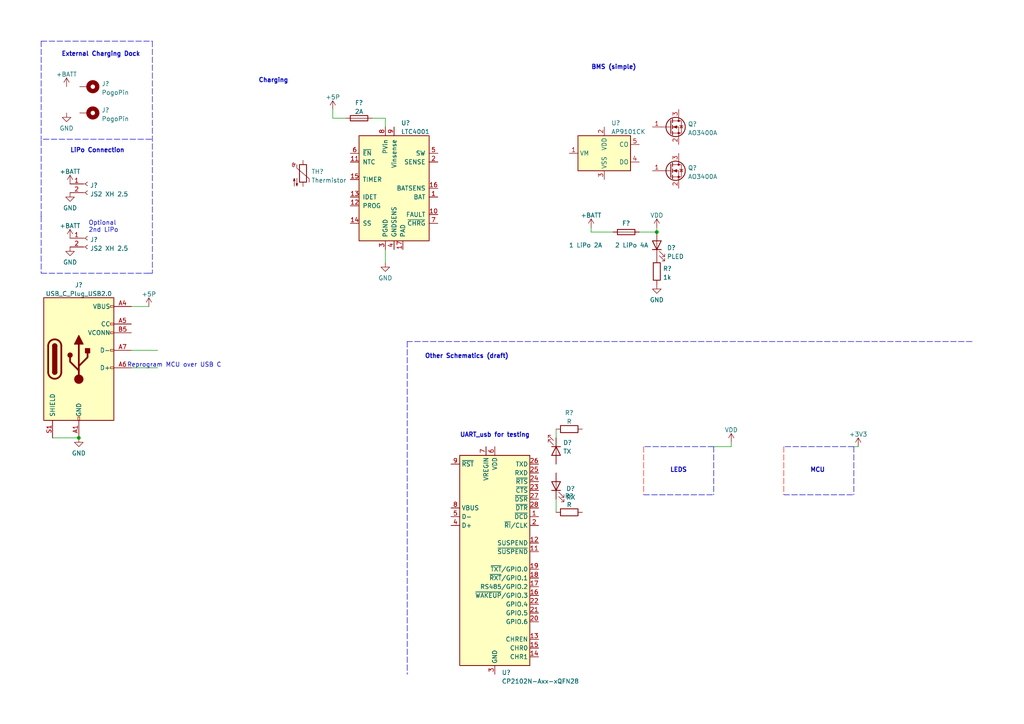
<source format=kicad_sch>
(kicad_sch (version 20211123) (generator eeschema)
  (paper "A4")
  (lib_symbols
    (symbol "Battery_Management:AP9101CK"
      (property "Reference" "U" (at -7.62 6.35 0))
      (property "Value" "AP9101CK" (at 6.35 6.35 0))
      (symbol "AP9101CK_0_1"
        (rectangle (start -7.62 5.08) (end 7.62 -5.08) (stroke (width 0.254)) (fill (type background)))
      )
      (symbol "AP9101CK_1_1"
        (pin passive line (at -10.16 0 0) (length 2.54) (name "VM") (number "1"))
        (pin power_in line (at 0 7.62 270) (length 2.54) (name "VDD") (number "2"))
        (pin power_in line (at 0 -7.62 90) (length 2.54) (name "VSS") (number "3"))
        (pin output line (at 10.16 -2.54 180) (length 2.54) (name "DO") (number "4"))
        (pin output line (at 10.16 2.54 180) (length 2.54) (name "CO") (number "5"))
      )
    )
    (symbol "Battery_Management:LTC4001" (pin_names (offset 1.016))
      (property "Reference" "U" (at -8.89 16.51 0))
      (property "Value" "LTC4001" (at 6.35 16.51 0))
      (symbol "LTC4001_0_1"
        (rectangle (start -10.16 15.24) (end 10.16 -15.24) (stroke (width 0.254)) (fill (type background)))
      )
      (symbol "LTC4001_1_1"
        (pin output line (at 12.7 -2.54 180) (length 2.54) (name "BAT") (number "1"))
        (pin output line (at 12.7 -7.62 180) (length 2.54) (name "FAULT") (number "10"))
        (pin input line (at -12.7 7.62 0) (length 2.54) (name "NTC") (number "11"))
        (pin input line (at -12.7 -5.08 0) (length 2.54) (name "PROG") (number "12"))
        (pin input line (at -12.7 -2.54 0) (length 2.54) (name "IDET") (number "13"))
        (pin input line (at -12.7 -10.16 0) (length 2.54) (name "SS") (number "14"))
        (pin input line (at -12.7 2.54 0) (length 2.54) (name "TIMER") (number "15"))
        (pin input line (at 12.7 0 180) (length 2.54) (name "BATSENS") (number "16"))
        (pin power_in line (at 2.54 -17.78 90) (length 2.54) (name "PAD") (number "17"))
        (pin input line (at 12.7 7.62 180) (length 2.54) (name "SENSE") (number "2"))
        (pin power_in line (at -2.54 -17.78 90) (length 2.54) (name "PGND") (number "3"))
        (pin power_in line (at 0 -17.78 90) (length 2.54) (name "GNDSENS") (number "4"))
        (pin output line (at 12.7 10.16 180) (length 2.54) (name "SW") (number "5"))
        (pin input line (at -12.7 10.16 0) (length 2.54) (name "~{EN}") (number "6"))
        (pin open_collector line (at 12.7 -10.16 180) (length 2.54) (name "~{CHRG}") (number "7"))
        (pin power_in line (at -2.54 17.78 270) (length 2.54) (name "PVin") (number "8"))
        (pin power_in line (at 0 17.78 270) (length 2.54) (name "Vinsense") (number "9"))
      )
    )
    (symbol "Connector:Conn_01x02_Female" (pin_names (offset 1.016) hide)
      (property "Reference" "J" (at 0 2.54 0))
      (property "Value" "Conn_01x02_Female" (at 0 -5.08 0))
      (symbol "Conn_01x02_Female_1_1"
        (arc (start 0 -2.032) (mid -0.508 -2.54) (end 0 -3.048) (stroke (width 0.1524)))
        (polyline (pts (xy -1.27 -2.54) (xy -0.508 -2.54)) (stroke (width 0.1524)))
        (polyline (pts (xy -1.27 0) (xy -0.508 0)) (stroke (width 0.1524)))
        (arc (start 0 0.508) (mid -0.508 0) (end 0 -0.508) (stroke (width 0.1524)))
        (pin passive line (at -5.08 0 0) (length 3.81) (name "Pin_1") (number "1"))
        (pin passive line (at -5.08 -2.54 0) (length 3.81) (name "Pin_2") (number "2"))
      )
    )
    (symbol "Connector:USB_C_Plug_USB2.0" (pin_names (offset 1.016))
      (property "Reference" "P" (at -10.16 19.05 0))
      (property "Value" "USB_C_Plug_USB2.0" (at 12.7 19.05 0))
      (symbol "USB_C_Plug_USB2.0_0_0"
        (rectangle (start -0.254 -17.78) (end 0.254 -16.764))
        (rectangle (start 10.16 -2.286) (end 9.144 -2.794))
        (rectangle (start 10.16 2.794) (end 9.144 2.286))
        (rectangle (start 10.16 7.874) (end 9.144 7.366))
        (rectangle (start 10.16 10.414) (end 9.144 9.906))
        (rectangle (start 10.16 15.494) (end 9.144 14.986))
      )
      (symbol "USB_C_Plug_USB2.0_0_1"
        (rectangle (start -10.16 17.78) (end 10.16 -17.78) (stroke (width 0.254)) (fill (type background)))
        (arc (start -8.89 -3.81) (mid -6.985 -5.715) (end -5.08 -3.81) (stroke (width 0.508)))
        (arc (start -7.62 -3.81) (mid -6.985 -4.445) (end -6.35 -3.81) (stroke (width 0.254)))
        (arc (start -7.62 -3.81) (mid -6.985 -4.445) (end -6.35 -3.81) (stroke (width 0.254)) (fill (type outline)))
        (rectangle (start -7.62 -3.81) (end -6.35 3.81) (stroke (width 0.254)) (fill (type outline)))
        (arc (start -6.35 3.81) (mid -6.985 4.445) (end -7.62 3.81) (stroke (width 0.254)))
        (arc (start -6.35 3.81) (mid -6.985 4.445) (end -7.62 3.81) (stroke (width 0.254)) (fill (type outline)))
        (arc (start -5.08 3.81) (mid -6.985 5.715) (end -8.89 3.81) (stroke (width 0.508)))
        (circle (center -2.54 1.143) (radius 0.635) (stroke (width 0.254)) (fill (type outline)))
        (circle (center 0 -5.842) (radius 1.27) (fill (type outline)))
        (polyline (pts (xy -8.89 -3.81) (xy -8.89 3.81)) (stroke (width 0.508)))
        (polyline (pts (xy -5.08 3.81) (xy -5.08 -3.81)) (stroke (width 0.508)))
        (polyline (pts (xy 0 -5.842) (xy 0 4.318)) (stroke (width 0.508)))
        (polyline (pts (xy 0 -3.302) (xy -2.54 -0.762) (xy -2.54 0.508)) (stroke (width 0.508)))
        (polyline (pts (xy 0 -2.032) (xy 2.54 0.508) (xy 2.54 1.778)) (stroke (width 0.508)))
        (polyline (pts (xy -1.27 4.318) (xy 0 6.858) (xy 1.27 4.318) (xy -1.27 4.318)) (stroke (width 0.254)) (fill (type outline)))
        (rectangle (start 1.905 1.778) (end 3.175 3.048) (stroke (width 0.254)) (fill (type outline)))
      )
      (symbol "USB_C_Plug_USB2.0_1_1"
        (pin passive line (at 0 -22.86 90) (length 5.08) (name "GND") (number "A1"))
        (pin passive line (at 0 -22.86 90) (length 5.08) hide (name "GND") (number "A12"))
        (pin passive line (at 15.24 15.24 180) (length 5.08) (name "VBUS") (number "A4"))
        (pin bidirectional line (at 15.24 10.16 180) (length 5.08) (name "CC") (number "A5"))
        (pin bidirectional line (at 15.24 -2.54 180) (length 5.08) (name "D+") (number "A6"))
        (pin bidirectional line (at 15.24 2.54 180) (length 5.08) (name "D-") (number "A7"))
        (pin passive line (at 15.24 15.24 180) (length 5.08) hide (name "VBUS") (number "A9"))
        (pin passive line (at 0 -22.86 90) (length 5.08) hide (name "GND") (number "B1"))
        (pin passive line (at 0 -22.86 90) (length 5.08) hide (name "GND") (number "B12"))
        (pin passive line (at 15.24 15.24 180) (length 5.08) hide (name "VBUS") (number "B4"))
        (pin bidirectional line (at 15.24 7.62 180) (length 5.08) (name "VCONN") (number "B5"))
        (pin passive line (at 15.24 15.24 180) (length 5.08) hide (name "VBUS") (number "B9"))
        (pin passive line (at -7.62 -22.86 90) (length 5.08) (name "SHIELD") (number "S1"))
      )
    )
    (symbol "Device:C" (pin_numbers hide) (pin_names (offset 0.254))
      (property "Reference" "C" (at 0.635 2.54 0))
      (property "Value" "C" (at 0.635 -2.54 0))
      (symbol "C_0_1"
        (polyline (pts (xy -2.032 -0.762) (xy 2.032 -0.762)) (stroke (width 0.508)))
        (polyline (pts (xy -2.032 0.762) (xy 2.032 0.762)) (stroke (width 0.508)))
      )
      (symbol "C_1_1"
        (pin passive line (at 0 3.81 270) (length 2.794) (name "~") (number "1"))
        (pin passive line (at 0 -3.81 90) (length 2.794) (name "~") (number "2"))
      )
    )
    (symbol "Device:D_Zener" (pin_numbers hide) (pin_names (offset 1.016) hide)
      (property "Reference" "D" (at 0 2.54 0))
      (property "Value" "D_Zener" (at 0 -2.54 0))
      (symbol "D_Zener_0_1"
        (polyline (pts (xy 1.27 0) (xy -1.27 0)))
        (polyline (pts (xy -1.27 -1.27) (xy -1.27 1.27) (xy -0.762 1.27)) (stroke (width 0.254)))
        (polyline (pts (xy 1.27 -1.27) (xy 1.27 1.27) (xy -1.27 0) (xy 1.27 -1.27)) (stroke (width 0.254)))
      )
      (symbol "D_Zener_1_1"
        (pin passive line (at -3.81 0 0) (length 2.54) (name "K") (number "1"))
        (pin passive line (at 3.81 0 180) (length 2.54) (name "A") (number "2"))
      )
    )
    (symbol "Device:Fuse" (pin_numbers hide) (pin_names (offset 0))
      (property "Reference" "F" (at 2.032 0 90))
      (property "Value" "Fuse" (at -1.905 0 90))
      (symbol "Fuse_0_1"
        (rectangle (start -0.762 -2.54) (end 0.762 2.54) (stroke (width 0.254)))
        (polyline (pts (xy 0 2.54) (xy 0 -2.54)))
      )
      (symbol "Fuse_1_1"
        (pin passive line (at 0 3.81 270) (length 1.27) (name "~") (number "1"))
        (pin passive line (at 0 -3.81 90) (length 1.27) (name "~") (number "2"))
      )
    )
    (symbol "Device:LED" (pin_numbers hide) (pin_names (offset 1.016) hide)
      (property "Reference" "D" (at 0 2.54 0))
      (property "Value" "LED" (at 0 -2.54 0))
      (symbol "LED_0_1"
        (polyline (pts (xy -1.27 -1.27) (xy -1.27 1.27)) (stroke (width 0.254)))
        (polyline (pts (xy -1.27 0) (xy 1.27 0)))
        (polyline (pts (xy 1.27 -1.27) (xy 1.27 1.27) (xy -1.27 0) (xy 1.27 -1.27)) (stroke (width 0.254)))
        (polyline (pts (xy -3.048 -0.762) (xy -4.572 -2.286) (xy -3.81 -2.286) (xy -4.572 -2.286) (xy -4.572 -1.524)))
        (polyline (pts (xy -1.778 -0.762) (xy -3.302 -2.286) (xy -2.54 -2.286) (xy -3.302 -2.286) (xy -3.302 -1.524)))
      )
      (symbol "LED_1_1"
        (pin passive line (at -3.81 0 0) (length 2.54) (name "K") (number "1"))
        (pin passive line (at 3.81 0 180) (length 2.54) (name "A") (number "2"))
      )
    )
    (symbol "Device:R" (pin_numbers hide) (pin_names (offset 0))
      (property "Reference" "R" (at 2.032 0 90))
      (property "Value" "R" (at 0 0 90))
      (symbol "R_0_1"
        (rectangle (start -1.016 -2.54) (end 1.016 2.54) (stroke (width 0.254)))
      )
      (symbol "R_1_1"
        (pin passive line (at 0 3.81 270) (length 1.27) (name "~") (number "1"))
        (pin passive line (at 0 -3.81 90) (length 1.27) (name "~") (number "2"))
      )
    )
    (symbol "Device:Thermistor_NTC" (pin_numbers hide) (pin_names (offset 0))
      (property "Reference" "TH" (at -4.445 0 90))
      (property "Value" "Thermistor_NTC" (at 3.175 0 90))
      (symbol "Thermistor_NTC_0_1"
        (arc (start -3.048 2.159) (mid -3.0495 2.3143) (end -3.175 2.413))
        (arc (start -3.048 2.159) (mid -2.9736 1.9794) (end -2.794 1.905))
        (arc (start -3.048 2.794) (mid -2.9736 2.6144) (end -2.794 2.54))
        (arc (start -2.794 1.905) (mid -2.6144 1.9794) (end -2.54 2.159))
        (arc (start -2.794 2.54) (mid -2.4393 2.5587) (end -2.159 2.794))
        (arc (start -2.794 3.048) (mid -2.9736 2.9736) (end -3.048 2.794))
        (arc (start -2.54 2.794) (mid -2.6144 2.9736) (end -2.794 3.048))
        (rectangle (start -1.016 2.54) (end 1.016 -2.54) (stroke (width 0.254)))
        (polyline (pts (xy -2.54 2.159) (xy -2.54 2.794)))
        (polyline (pts (xy -1.778 2.54) (xy -1.778 1.524) (xy 1.778 -1.524) (xy 1.778 -2.54)))
        (polyline (pts (xy -2.54 -3.683) (xy -2.54 -1.397) (xy -2.794 -2.159) (xy -2.286 -2.159) (xy -2.54 -1.397) (xy -2.54 -1.651)) (fill (type outline)))
        (polyline (pts (xy -1.778 -1.397) (xy -1.778 -3.683) (xy -2.032 -2.921) (xy -1.524 -2.921) (xy -1.778 -3.683) (xy -1.778 -3.429)) (fill (type outline)))
      )
      (symbol "Thermistor_NTC_1_1"
        (pin passive line (at 0 3.81 270) (length 1.27) (name "~") (number "1"))
        (pin passive line (at 0 -3.81 90) (length 1.27) (name "~") (number "2"))
      )
    )
    (symbol "Interface_USB:CP2102N-Axx-xQFN28"
      (property "Reference" "U" (at -8.89 31.75 0))
      (property "Value" "CP2102N-Axx-xQFN28" (at 12.7 31.75 0))
      (symbol "CP2102N-Axx-xQFN28_0_1"
        (rectangle (start -10.16 30.48) (end 10.16 -30.48) (stroke (width 0.254)) (fill (type background)))
      )
      (symbol "CP2102N-Axx-xQFN28_1_1"
        (pin input line (at 12.7 12.7 180) (length 2.54) (name "~{DCD}") (number "1"))
        (pin no_connect line (at -10.16 -27.94 0) (length 2.54) hide (name "NC") (number "10"))
        (pin output line (at 12.7 2.54 180) (length 2.54) (name "~{SUSPEND}") (number "11"))
        (pin output line (at 12.7 5.08 180) (length 2.54) (name "SUSPEND") (number "12"))
        (pin output line (at 12.7 -22.86 180) (length 2.54) (name "CHREN") (number "13"))
        (pin output line (at 12.7 -27.94 180) (length 2.54) (name "CHR1") (number "14"))
        (pin output line (at 12.7 -25.4 180) (length 2.54) (name "CHR0") (number "15"))
        (pin bidirectional line (at 12.7 -10.16 180) (length 2.54) (name "~{WAKEUP}/GPIO.3") (number "16"))
        (pin bidirectional line (at 12.7 -7.62 180) (length 2.54) (name "RS485/GPIO.2") (number "17"))
        (pin bidirectional line (at 12.7 -5.08 180) (length 2.54) (name "~{RXT}/GPIO.1") (number "18"))
        (pin bidirectional line (at 12.7 -2.54 180) (length 2.54) (name "~{TXT}/GPIO.0") (number "19"))
        (pin bidirectional line (at 12.7 10.16 180) (length 2.54) (name "~{RI}/CLK") (number "2"))
        (pin bidirectional line (at 12.7 -17.78 180) (length 2.54) (name "GPIO.6") (number "20"))
        (pin bidirectional line (at 12.7 -15.24 180) (length 2.54) (name "GPIO.5") (number "21"))
        (pin bidirectional line (at 12.7 -12.7 180) (length 2.54) (name "GPIO.4") (number "22"))
        (pin input line (at 12.7 20.32 180) (length 2.54) (name "~{CTS}") (number "23"))
        (pin output line (at 12.7 22.86 180) (length 2.54) (name "~{RTS}") (number "24"))
        (pin input line (at 12.7 25.4 180) (length 2.54) (name "RXD") (number "25"))
        (pin output line (at 12.7 27.94 180) (length 2.54) (name "TXD") (number "26"))
        (pin input line (at 12.7 17.78 180) (length 2.54) (name "~{DSR}") (number "27"))
        (pin output line (at 12.7 15.24 180) (length 2.54) (name "~{DTR}") (number "28"))
        (pin passive line (at 0 -33.02 90) (length 2.54) hide (name "GND") (number "29"))
        (pin power_in line (at 0 -33.02 90) (length 2.54) (name "GND") (number "3"))
        (pin bidirectional line (at -12.7 10.16 0) (length 2.54) (name "D+") (number "4"))
        (pin bidirectional line (at -12.7 12.7 0) (length 2.54) (name "D-") (number "5"))
        (pin power_in line (at 0 33.02 270) (length 2.54) (name "VDD") (number "6"))
        (pin power_in line (at -2.54 33.02 270) (length 2.54) (name "VREGIN") (number "7"))
        (pin input line (at -12.7 15.24 0) (length 2.54) (name "VBUS") (number "8"))
        (pin input line (at -12.7 27.94 0) (length 2.54) (name "~{RST}") (number "9"))
      )
    )
    (symbol "Mechanical:MountingHole_Pad" (pin_numbers hide) (pin_names (offset 1.016) hide)
      (property "Reference" "H" (at 0 6.35 0))
      (property "Value" "MountingHole_Pad" (at 0 4.445 0))
      (symbol "MountingHole_Pad_0_1"
        (circle (center 0 1.27) (radius 1.27) (stroke (width 1.27)))
      )
      (symbol "MountingHole_Pad_1_1"
        (pin input line (at 0 -2.54 90) (length 2.54) (name "1") (number "1"))
      )
    )
    (symbol "Regulator_Linear:AZ1117-3.3" (pin_names (offset 0.254))
      (property "Reference" "U" (at -3.81 3.175 0))
      (property "Value" "AZ1117-3.3" (at 0 3.175 0))
      (symbol "AZ1117-3.3_0_1"
        (rectangle (start -5.08 1.905) (end 5.08 -5.08) (stroke (width 0.254)) (fill (type background)))
      )
      (symbol "AZ1117-3.3_1_1"
        (pin power_in line (at 0 -7.62 90) (length 2.54) (name "GND") (number "1"))
        (pin power_out line (at 7.62 0 180) (length 2.54) (name "VO") (number "2"))
        (pin power_in line (at -7.62 0 0) (length 2.54) (name "VI") (number "3"))
      )
    )
    (symbol "Transistor_FET:AO3400A" (pin_names hide)
      (property "Reference" "Q" (at 5.08 1.905 0))
      (property "Value" "AO3400A" (at 5.08 0 0))
      (symbol "AO3400A_0_1"
        (polyline (pts (xy 0.254 0) (xy -2.54 0)))
        (polyline (pts (xy 0.254 1.905) (xy 0.254 -1.905)) (stroke (width 0.254)))
        (polyline (pts (xy 0.762 -1.27) (xy 0.762 -2.286)) (stroke (width 0.254)))
        (polyline (pts (xy 0.762 0.508) (xy 0.762 -0.508)) (stroke (width 0.254)))
        (polyline (pts (xy 0.762 2.286) (xy 0.762 1.27)) (stroke (width 0.254)))
        (polyline (pts (xy 2.54 2.54) (xy 2.54 1.778)))
        (polyline (pts (xy 2.54 -2.54) (xy 2.54 0) (xy 0.762 0)))
        (polyline (pts (xy 0.762 -1.778) (xy 3.302 -1.778) (xy 3.302 1.778) (xy 0.762 1.778)))
        (polyline (pts (xy 1.016 0) (xy 2.032 0.381) (xy 2.032 -0.381) (xy 1.016 0)) (fill (type outline)))
        (polyline (pts (xy 2.794 0.508) (xy 2.921 0.381) (xy 3.683 0.381) (xy 3.81 0.254)))
        (polyline (pts (xy 3.302 0.381) (xy 2.921 -0.254) (xy 3.683 -0.254) (xy 3.302 0.381)))
        (circle (center 1.651 0) (radius 2.794) (stroke (width 0.254)))
        (circle (center 2.54 -1.778) (radius 0.254) (fill (type outline)))
        (circle (center 2.54 1.778) (radius 0.254) (fill (type outline)))
      )
      (symbol "AO3400A_1_1"
        (pin input line (at -5.08 0 0) (length 2.54) (name "G") (number "1"))
        (pin passive line (at 2.54 -5.08 90) (length 2.54) (name "S") (number "2"))
        (pin passive line (at 2.54 5.08 270) (length 2.54) (name "D") (number "3"))
      )
    )
    (symbol "power:+3.3V" (power) (pin_names (offset 0))
      (property "Value" "+3.3V" (at 0 3.556 0))
      (symbol "+3.3V_0_1"
        (polyline (pts (xy -0.762 1.27) (xy 0 2.54)))
        (polyline (pts (xy 0 0) (xy 0 2.54)))
        (polyline (pts (xy 0 2.54) (xy 0.762 1.27)))
      )
      (symbol "+3.3V_1_1"
        (pin power_in line (at 0 0 90) (length 0) hide (name "+3V3") (number "1"))
      )
    )
    (symbol "power:+5P" (power) (pin_names (offset 0))
      (property "Value" "+5P" (at 0 3.556 0))
      (symbol "+5P_0_1"
        (polyline (pts (xy -0.762 1.27) (xy 0 2.54)))
        (polyline (pts (xy 0 0) (xy 0 2.54)))
        (polyline (pts (xy 0 2.54) (xy 0.762 1.27)))
      )
      (symbol "+5P_1_1"
        (pin power_in line (at 0 0 90) (length 0) hide (name "+5P") (number "1"))
      )
    )
    (symbol "power:+BATT" (power) (pin_names (offset 0))
      (property "Value" "+BATT" (at 0 3.556 0))
      (symbol "+BATT_0_1"
        (polyline (pts (xy -0.762 1.27) (xy 0 2.54)))
        (polyline (pts (xy 0 0) (xy 0 2.54)))
        (polyline (pts (xy 0 2.54) (xy 0.762 1.27)))
      )
      (symbol "+BATT_1_1"
        (pin power_in line (at 0 0 90) (length 0) hide (name "+BATT") (number "1"))
      )
    )
    (symbol "power:GND" (power) (pin_names (offset 0))
      (property "Value" "GND" (at 0 -3.81 0))
      (symbol "GND_0_1"
        (polyline (pts (xy 0 0) (xy 0 -1.27) (xy 1.27 -1.27) (xy 0 -2.54) (xy -1.27 -1.27) (xy 0 -1.27)))
      )
      (symbol "GND_1_1"
        (pin power_in line (at 0 0 270) (length 0) hide (name "GND") (number "1"))
      )
    )
    (symbol "power:VDD" (power) (pin_names (offset 0))
      (property "Value" "VDD" (at 0 3.81 0))
      (symbol "VDD_0_1"
        (polyline (pts (xy -0.762 1.27) (xy 0 2.54)))
        (polyline (pts (xy 0 0) (xy 0 2.54)))
        (polyline (pts (xy 0 2.54) (xy 0.762 1.27)))
      )
      (symbol "VDD_1_1"
        (pin power_in line (at 0 0 90) (length 0) hide (name "VDD") (number "1"))
      )
    )
  )
  (junction (at 190.5 67.31))
  (junction (at 350.52 57.15))
  (junction (at 22.86 127))
  (junction (at 326.39 57.15))
  (junction (at 339.09 57.15))
  (junction (at 359.41 38.1))
  (junction (at 374.65 38.1))
  (junction (at 359.41 57.15))
  (junction (at 350.52 38.1))
  (junction (at 326.39 38.1))
  (polyline (pts (xy 207.01 129.54) (xy 207.01 143.51)))
  (wire (pts (xy 207.01 129.54) (xy 212.09 129.54)))
  (wire (pts (xy 38.1 88.9) (xy 43.18 88.9)))
  (wire (pts (xy 38.1 106.68) (xy 45.72 106.68)))
  (wire (pts (xy 171.45 66.04) (xy 171.45 67.31)))
  (polyline (pts (xy 43.942 40.386) (xy 11.938 40.386)))
  (polyline (pts (xy 186.69 129.54) (xy 186.69 143.51)) (stroke (width 0) (color 255 21 5 1)))
  (wire (pts (xy 212.09 128.27) (xy 212.09 129.54)))
  (polyline (pts (xy 207.01 129.54) (xy 186.69 129.54)))
  (wire (pts (xy 386.08 27.94) (xy 386.08 38.1)))
  (wire (pts (xy 320.04 38.1) (xy 326.39 38.1)))
  (wire (pts (xy 38.1 101.6) (xy 45.72 101.6)))
  (polyline (pts (xy 186.69 143.51) (xy 207.01 143.51)))
  (polyline (pts (xy 11.938 11.938) (xy 44.196 11.938)))
  (polyline (pts (xy 118.11 99.06) (xy 118.11 195.58)))
  (polyline (pts (xy 247.65 129.54) (xy 247.65 143.51)))
  (polyline (pts (xy 227.33 129.54) (xy 227.33 143.51)) (stroke (width 0) (color 255 21 5 1)))
  (wire (pts (xy 326.39 38.1) (xy 326.39 44.45)))
  (wire (pts (xy 111.76 34.29) (xy 111.76 36.83)))
  (wire (pts (xy 161.29 148.59) (xy 161.29 144.78)))
  (wire (pts (xy 247.65 129.54) (xy 248.92 129.54)))
  (wire (pts (xy 326.39 38.1) (xy 331.47 38.1)))
  (wire (pts (xy 302.26 30.48) (xy 302.26 38.1)))
  (wire (pts (xy 326.39 52.07) (xy 326.39 57.15)))
  (wire (pts (xy 96.52 31.75) (xy 96.52 34.29)))
  (wire (pts (xy 185.42 67.31) (xy 190.5 67.31)))
  (wire (pts (xy 359.41 38.1) (xy 374.65 38.1)))
  (wire (pts (xy 374.65 57.15) (xy 359.41 57.15)))
  (wire (pts (xy 374.65 54.61) (xy 374.65 57.15)))
  (wire (pts (xy 326.39 57.15) (xy 339.09 57.15)))
  (wire (pts (xy 359.41 38.1) (xy 359.41 41.91)))
  (wire (pts (xy 359.41 49.53) (xy 359.41 57.15)))
  (wire (pts (xy 350.52 38.1) (xy 350.52 44.45)))
  (wire (pts (xy 161.29 124.46) (xy 161.29 127)))
  (wire (pts (xy 190.5 66.04) (xy 190.5 67.31)))
  (wire (pts (xy 346.71 38.1) (xy 350.52 38.1)))
  (wire (pts (xy 15.24 127) (xy 22.86 127)))
  (wire (pts (xy 350.52 38.1) (xy 359.41 38.1)))
  (polyline (pts (xy 227.33 143.51) (xy 247.65 143.51)))
  (wire (pts (xy 374.65 38.1) (xy 374.65 39.37)))
  (wire (pts (xy 96.52 34.29) (xy 100.33 34.29)))
  (polyline (pts (xy 247.65 129.54) (xy 227.33 129.54)))
  (wire (pts (xy 171.45 67.31) (xy 177.8 67.31)))
  (polyline (pts (xy 281.94 99.06) (xy 118.11 99.06)))
  (wire (pts (xy 107.95 34.29) (xy 111.76 34.29)))
  (wire (pts (xy 312.42 57.15) (xy 326.39 57.15)))
  (polyline (pts (xy 11.938 40.64) (xy 11.938 62.992)))
  (polyline (pts (xy 44.196 11.938) (xy 44.196 79.248)))
  (polyline (pts (xy 44.196 79.248) (xy 42.926 79.248)))
  (wire (pts (xy 350.52 57.15) (xy 359.41 57.15)))
  (wire (pts (xy 339.09 57.15) (xy 350.52 57.15)))
  (wire (pts (xy 386.08 38.1) (xy 374.65 38.1)))
  (wire (pts (xy 339.09 45.72) (xy 339.09 57.15)))
  (wire (pts (xy 302.26 38.1) (xy 312.42 38.1)))
  (polyline (pts (xy 11.938 79.248) (xy 43.434 79.248)))
  (wire (pts (xy 111.76 72.39) (xy 111.76 76.2)))
  (wire (pts (xy 350.52 52.07) (xy 350.52 57.15)))
  (polyline (pts (xy 11.938 62.738) (xy 11.938 79.248)))
  (polyline (pts (xy 11.938 11.938) (xy 11.938 40.386)))
  (text "LiPo Connection" (at 20.32 44.45 0) (effects (font (size 1.27 1.27) (thickness 0.254) bold) (justify left bottom)))
  (text "Reprogram MCU over USB C\n" (at 36.83 106.68 0) (effects (font (size 1.27 1.27)) (justify left bottom)))
  (text "UART_usb for testing" (at 133.35 127 0) (effects (font (size 1.27 1.27) bold) (justify left bottom)))
  (text "Optional \n2nd LiPo" (at 25.654 67.564 0) (effects (font (size 1.27 1.27)) (justify left bottom)))
  (text "Power" (at 301.498 19.558 0) (effects (font (size 1.27 1.27) (thickness 0.254) bold) (justify left bottom)))
  (text "External Charging Dock" (at 17.78 16.51 0) (effects (font (size 1.27 1.27) (thickness 0.254) bold) (justify left bottom)))
  (text "Charging" (at 74.93 24.13 0) (effects (font (size 1.27 1.27) (thickness 0.254) bold) (justify left bottom)))
  (text "MCU" (at 234.95 137.16 0) (effects (font (size 1.27 1.27) bold) (justify left bottom)))
  (text "LEDS" (at 194.31 137.16 0) (effects (font (size 1.27 1.27) bold) (justify left bottom)))
  (text "BMS (simple)" (at 171.45 20.32 0) (effects (font (size 1.27 1.27) (thickness 0.254) bold) (justify left bottom)))
  (text "Other Schematics (draft)" (at 123.19 104.14 0) (effects (font (size 1.27 1.27) bold) (justify left bottom)))
  (symbol (lib_id "Device:LED") (at 161.29 140.97 90) (unit 1)
    (property "Reference" "D?" (at 164.211 141.7228 90) (effects (justify right)))
    (property "Value" "RX" (at 164.211 144.2597 90) (effects (justify right)))
  )
  (symbol (lib_id "power:VDD") (at 212.09 128.27 0) (unit 1)
    (property "Reference" "#PWR?" (effects hide))
    (property "Value" "VDD" (at 212.09 124.6942 0))
  )
  (symbol (lib_id "power:+5P") (at 43.18 88.9 0) (unit 1)
    (property "Reference" "#PWR?" (effects hide))
    (property "Value" "+5P" (at 43.18 85.3242 0))
  )
  (symbol (lib_id "Battery_Management:LTC4001") (at 114.3 54.61 0) (unit 1)
    (property "Reference" "U?" (at 116.3194 35.6702 0) (effects (justify left)))
    (property "Value" "LTC4001" (at 116.3194 38.2071 0) (effects (justify left)))
    (property "Footprint" "Package_DFN_QFN:QFN-16-1EP_4x4mm_P0.65mm_EP2.15x2.15mm" (effects hide))
    (property "Datasheet" "https://www.analog.com/media/en/technical-documentation/data-sheets/4001f.pdf" (effects hide))
    (property "Description" "IC BATT CHG LI-ION 1CELL 16QFN" (effects hide))
    (property "Link" "https://www.digikey.be/nl/products/detail/analog-devices-inc/LTC4001EUF-TRPBF/1620763" (effects hide))
    (property "MPN" "LTC4001EUF#TRPBF" (effects hide))
  )
  (symbol (lib_id "power:VDD") (at 190.5 66.04 0) (unit 1)
    (property "Reference" "#PWR?" (effects hide))
    (property "Value" "VDD" (at 190.5 62.4642 0))
  )
  (symbol (lib_id "power:+BATT") (at 20.32 69.088 0) (unit 1)
    (property "Reference" "#PWR?" (effects hide))
    (property "Value" "+BATT" (at 20.32 65.5122 0))
  )
  (symbol (lib_id "Battery_Management:AP9101CK") (at 175.26 44.45 0) (unit 1)
    (property "Reference" "U?" (at 177.2794 35.6702 0) (effects (justify left)))
    (property "Value" "AP9101CK" (at 177.2794 38.2071 0) (effects (justify left)))
    (property "Footprint" "Package_TO_SOT_SMD:SOT-23-5" (effects hide))
    (property "Datasheet" "https://www.diodes.com/assets/Datasheets/AP9101C.pdf" (effects hide))
    (property "Description" "IC BATT PROT LI-ION 1CELL SOT26" (effects hide))
    (property "Link" "https://www.digikey.be/nl/products/detail/diodes-incorporated/AP9101CK6-ANTRG1/6187053" (effects hide))
    (property "MPN" "AP9101CK6-ANTRG1" (effects hide))
  )
  (symbol (lib_id "power:+BATT") (at 20.32 53.34 0) (unit 1)
    (property "Reference" "#PWR?" (effects hide))
    (property "Value" "+BATT" (at 20.32 49.7642 0))
  )
  (symbol (lib_id "Device:D_Zener") (at 359.41 45.72 270) (unit 1)
    (property "Reference" "D?" (at 361.442 44.8853 90) (effects (justify left)))
    (property "Value" "D_Zener 3.3v" (at 361.442 47.4222 90) (effects (justify left)))
  )
  (symbol (lib_id "Transistor_FET:AO3400A") (at 194.31 36.83 0) (unit 1)
    (property "Reference" "Q?" (at 199.517 35.9953 0) (effects (justify left)))
    (property "Value" "AO3400A" (at 199.517 38.5322 0) (effects (justify left)))
    (property "Footprint" "Package_TO_SOT_SMD:SOT-23" (effects hide))
    (property "Datasheet" "http://www.aosmd.com/pdfs/datasheet/AO3400A.pdf" (effects hide))
  )
  (symbol (lib_id "Device:R") (at 165.1 148.59 90) (unit 1)
    (property "Reference" "R?" (at 165.1 143.8742 90))
    (property "Value" "R" (at 165.1 146.4111 90))
  )
  (symbol (lib_id "Regulator_Linear:AZ1117-3.3") (at 339.09 38.1 0) (unit 1)
    (property "Reference" "U?" (at 339.09 32.4952 0))
    (property "Value" "AZ1117-3.3" (at 339.09 35.0321 0))
    (property "Datasheet" "https://www.diodes.com/assets/Datasheets/AZ1117.pdf" (effects hide))
    (property "Description" "IC REG LINEAR 5V 1A SOT223" (effects hide))
    (property "Link" "digikey.be/nl/products/detail/diodes-incorporated/AZ1117IH-5-0TRG1/5699673" (effects hide))
    (property "MPN" "AZ1117IH-5.0TRG1" (effects hide))
  )
  (symbol (lib_id "Connector:Conn_01x02_Female") (at 25.4 53.34 0) (unit 1)
    (property "Reference" "J?" (at 26.1112 53.7753 0) (effects (justify left)))
    (property "Value" "JS2 XH 2.5" (at 26.1112 56.3122 0) (effects (justify left)))
  )
  (symbol (lib_id "Mechanical:MountingHole_Pad") (at 25.654 32.766 270) (unit 1)
    (property "Reference" "J?" (at 29.464 31.9313 90) (effects (justify left)))
    (property "Value" "PogoPin" (at 29.464 34.4682 90) (effects (justify left)))
    (property "Description" "CONTACT SPRING LOADED T/H GOLD" (effects hide))
    (property "Link" "https://www.digikey.be/nl/products/detail/mill-max-manufacturing-corp/0921-1-15-20-75-14-11-0/2784010" (effects hide))
    (property "MPN" "0921-1-15-20-75-14-11-0" (effects hide))
  )
  (symbol (lib_id "power:GND") (at 20.32 71.628 0) (unit 1)
    (property "Reference" "#PWR?" (effects hide))
    (property "Value" "GND" (at 20.32 76.0714 0))
  )
  (symbol (lib_id "Device:Fuse") (at 104.14 34.29 90) (unit 1)
    (property "Reference" "F?" (at 104.14 29.8282 90))
    (property "Value" "2A" (at 104.14 32.3651 90))
  )
  (symbol (lib_id "power:GND") (at 20.32 55.88 0) (unit 1)
    (property "Reference" "#PWR?" (effects hide))
    (property "Value" "GND" (at 20.32 60.3234 0))
  )
  (symbol (lib_id "Device:LED") (at 161.29 130.81 270) (unit 1)
    (property "Reference" "D?" (at 163.322 128.3878 90) (effects (justify left)))
    (property "Value" "TX" (at 163.322 130.9247 90) (effects (justify left)))
  )
  (symbol (lib_id "Connector:USB_C_Plug_USB2.0") (at 22.86 104.14 0) (unit 1)
    (property "Reference" "J?" (at 22.86 82.6602 0))
    (property "Value" "USB_C_Plug_USB2.0" (at 22.86 85.1971 0))
    (property "Datasheet" "https://www.usb.org/sites/default/files/documents/usb_type-c.zip" (effects hide))
  )
  (symbol (lib_id "Device:C") (at 350.52 48.26 0) (unit 1)
    (property "Reference" "C?" (at 353.441 47.4253 0) (effects (justify left)))
    (property "Value" "22uF" (at 353.441 49.9622 0) (effects (justify left)))
  )
  (symbol (lib_id "Device:Thermistor_NTC") (at 87.884 50.292 0) (unit 1)
    (property "Reference" "TH?" (at 90.297 49.7748 0) (effects (justify left)))
    (property "Value" "Thermistor" (at 90.297 52.3117 0) (effects (justify left)))
  )
  (symbol (lib_id "Connector:Conn_01x02_Female") (at 25.4 69.088 0) (unit 1)
    (property "Reference" "J?" (at 26.1112 69.5233 0) (effects (justify left)))
    (property "Value" "JS2 XH 2.5" (at 26.1112 72.0602 0) (effects (justify left)))
  )
  (symbol (lib_id "Device:LED") (at 190.5 71.12 90) (unit 1)
    (property "Reference" "D?" (at 193.421 71.8728 90) (effects (justify right)))
    (property "Value" "PLED" (at 193.421 74.4097 90) (effects (justify right)))
  )
  (symbol (lib_id "power:GND") (at 312.42 57.15 0) (unit 1)
    (property "Reference" "#PWR?" (effects hide))
    (property "Value" "GND" (at 312.42 61.5934 0))
  )
  (symbol (lib_id "Device:C") (at 326.39 48.26 0) (unit 1)
    (property "Reference" "C?" (at 329.311 47.4253 0) (effects (justify left)))
    (property "Value" "10uF" (at 329.311 49.9622 0) (effects (justify left)))
    (property "Footprint" "Capacitor_SMD:C_0603_1608Metric_Pad1.08x0.95mm_HandSolder" (effects hide))
  )
  (symbol (lib_id "power:GND") (at 111.76 76.2 0) (unit 1)
    (property "Reference" "#PWR?" (effects hide))
    (property "Value" "GND" (at 111.76 80.6434 0))
  )
  (symbol (lib_id "Device:R") (at 165.1 124.46 90) (unit 1)
    (property "Reference" "R?" (at 165.1 119.7442 90))
    (property "Value" "R" (at 165.1 122.2811 90))
  )
  (symbol (lib_id "Interface_USB:CP2102N-Axx-xQFN28") (at 143.51 162.56 0) (unit 1)
    (property "Reference" "U?" (at 145.5294 195.0704 0) (effects (justify left)))
    (property "Value" "CP2102N-Axx-xQFN28" (at 145.5294 197.6073 0) (effects (justify left)))
    (property "Footprint" "Package_DFN_QFN:QFN-28-1EP_5x5mm_P0.5mm_EP3.35x3.35mm" (effects hide))
    (property "Datasheet" "https://www.silabs.com/documents/public/data-sheets/cp2102n-datasheet.pdf" (effects hide))
    (property "Description" "IC USB-TO-UART BRIDGE 28VQFN" (effects hide))
    (property "Link" "https://www.digikey.be/nl/products/detail/silicon-labs/CP2102-GMR/2051863" (effects hide))
    (property "MPN" "CP2102-GMR" (effects hide))
  )
  (symbol (lib_id "Device:Fuse") (at 316.23 38.1 90) (unit 1)
    (property "Reference" "F?" (at 316.23 33.6382 90))
    (property "Value" "0.7A" (at 316.23 36.1751 90))
  )
  (symbol (lib_id "power:+3.3V") (at 386.08 27.94 0) (unit 1)
    (property "Reference" "#PWR?" (effects hide))
    (property "Value" "+3.3V" (at 386.08 24.3642 0))
  )
  (symbol (lib_id "power:+5P") (at 96.52 31.75 0) (unit 1)
    (property "Reference" "#PWR?" (effects hide))
    (property "Value" "+5P" (at 96.52 28.1742 0))
  )
  (symbol (lib_id "power:GND") (at 19.304 32.766 0) (unit 1)
    (property "Reference" "#PWR?" (effects hide))
    (property "Value" "GND" (at 19.304 37.2094 0))
  )
  (symbol (lib_id "power:+BATT") (at 302.26 30.48 0) (unit 1)
    (property "Reference" "#PWR?" (effects hide))
    (property "Value" "+BATT" (at 302.26 26.9042 0))
  )
  (symbol (lib_id "Device:R") (at 190.5 78.74 0) (unit 1)
    (property "Reference" "R?" (at 192.278 77.9053 0) (effects (justify left)))
    (property "Value" "1k" (at 192.278 80.4422 0) (effects (justify left)))
  )
  (symbol (lib_id "Mechanical:MountingHole_Pad") (at 25.654 25.146 270) (unit 1)
    (property "Reference" "J?" (at 29.464 24.3113 90) (effects (justify left)))
    (property "Value" "PogoPin" (at 29.464 26.8482 90) (effects (justify left)))
    (property "Description" "CONTACT SPRING LOADED T/H GOLD" (effects hide))
    (property "Link" "https://www.digikey.be/nl/products/detail/mill-max-manufacturing-corp/0921-1-15-20-75-14-11-0/2784010" (effects hide))
    (property "MPN" "0921-1-15-20-75-14-11-0" (effects hide))
  )
  (symbol (lib_id "power:GND") (at 22.86 127 0) (unit 1)
    (property "Reference" "#PWR?" (effects hide))
    (property "Value" "GND" (at 22.86 131.4434 0))
  )
  (symbol (lib_id "power:GND") (at 190.5 82.55 0) (unit 1)
    (property "Reference" "#PWR?" (effects hide))
    (property "Value" "GND" (at 190.5 86.9934 0))
  )
  (symbol (lib_id "power:+BATT") (at 171.45 66.04 0) (unit 1)
    (property "Reference" "#PWR?" (effects hide))
    (property "Value" "+BATT" (at 171.45 62.4642 0))
  )
  (symbol (lib_id "Device:LED") (at 374.65 43.18 90) (unit 1)
    (property "Reference" "D?" (at 377.571 43.9328 90) (effects (justify right)))
    (property "Value" "PLED" (at 377.571 46.4697 90) (effects (justify right)))
  )
  (symbol (lib_id "Device:R") (at 374.65 50.8 0) (unit 1)
    (property "Reference" "R?" (at 376.428 49.9653 0) (effects (justify left)))
    (property "Value" "1k" (at 376.428 52.5022 0) (effects (justify left)))
  )
  (symbol (lib_id "power:+3.3V") (at 248.92 129.54 0) (unit 1)
    (property "Reference" "#PWR?" (effects hide))
    (property "Value" "+3.3V" (at 248.92 125.9642 0))
  )
  (symbol (lib_id "Transistor_FET:AO3400A") (at 194.31 49.53 0) (unit 1)
    (property "Reference" "Q?" (at 199.517 48.6953 0) (effects (justify left)))
    (property "Value" "AO3400A" (at 199.517 51.2322 0) (effects (justify left)))
    (property "Footprint" "Package_TO_SOT_SMD:SOT-23" (effects hide))
    (property "Datasheet" "http://www.aosmd.com/pdfs/datasheet/AO3400A.pdf" (effects hide))
  )
  (symbol (lib_id "Device:Fuse") (at 181.61 67.31 90) (unit 1)
    (property "Reference" "F?" (at 181.61 64.77 90))
    (property "Value" "1 LiPo 2A    2 LiPo 4A" (at 176.53 71.12 90))
  )
  (symbol (lib_id "power:+BATT") (at 19.304 25.146 0) (unit 1)
    (property "Reference" "#PWR?" (effects hide))
    (property "Value" "+BATT" (at 19.304 21.5702 0))
  )
)
</source>
